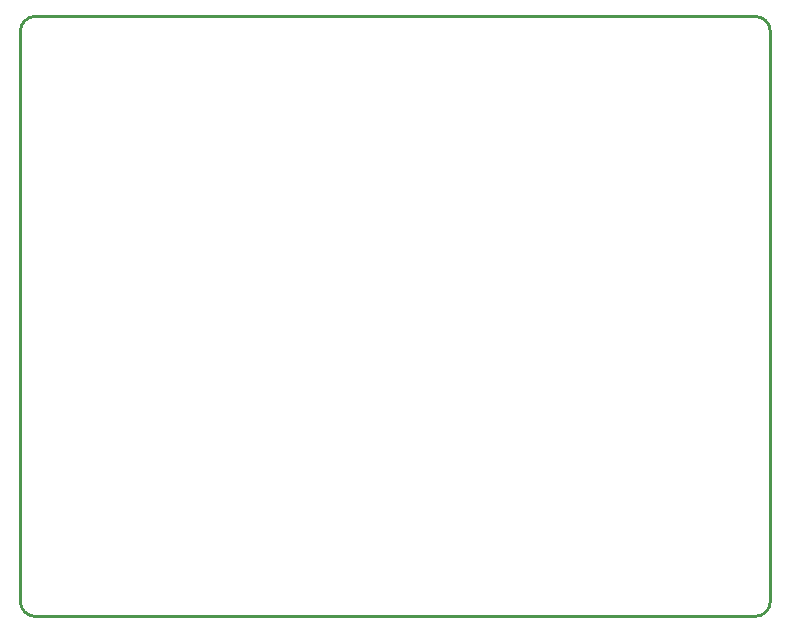
<source format=gko>
G04 Layer_Color=16711935*
%FSAX24Y24*%
%MOIN*%
G70*
G01*
G75*
%ADD35C,0.0100*%
D35*
X028500Y032500D02*
G03*
X028000Y033000I-000500J000000D01*
G01*
Y013000D02*
G03*
X028500Y013500I000000J000500D01*
G01*
X003500D02*
G03*
X004000Y013000I000500J000000D01*
G01*
Y033000D02*
G03*
X003500Y032500I000000J-000500D01*
G01*
X028500Y013500D02*
Y032500D01*
X004000Y033000D02*
X028000D01*
X004000Y013000D02*
X028000D01*
X003500Y013500D02*
Y032500D01*
M02*

</source>
